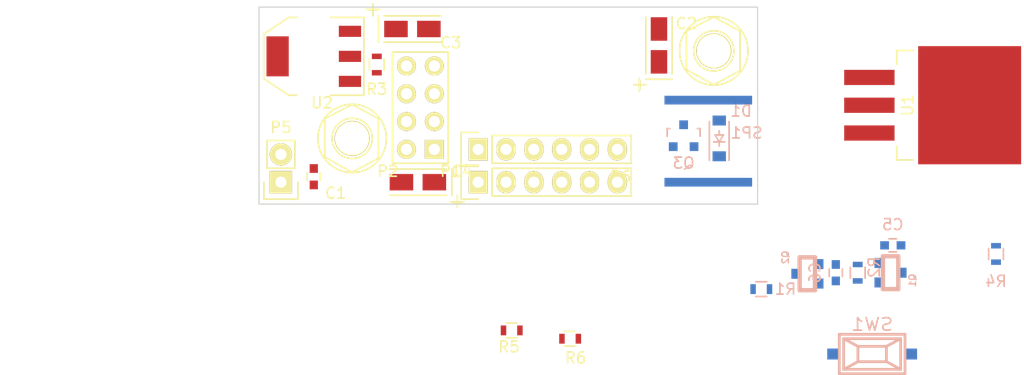
<source format=kicad_pcb>
(kicad_pcb (version 4) (host pcbnew "(2015-01-16 BZR 5376)-product")

  (general
    (links 50)
    (no_connects 50)
    (area 76.863799 41.875 142.5 68.45)
    (thickness 1.6)
    (drawings 5)
    (tracks 0)
    (zones 0)
    (modules 26)
    (nets 18)
  )

  (page A4)
  (layers
    (0 F.Cu signal)
    (31 B.Cu signal)
    (32 B.Adhes user)
    (33 F.Adhes user)
    (34 B.Paste user)
    (35 F.Paste user)
    (36 B.SilkS user)
    (37 F.SilkS user)
    (38 B.Mask user)
    (39 F.Mask user)
    (40 Dwgs.User user)
    (41 Cmts.User user)
    (42 Eco1.User user)
    (43 Eco2.User user)
    (44 Edge.Cuts user)
    (45 Margin user)
    (46 B.CrtYd user)
    (47 F.CrtYd user)
    (48 B.Fab user)
    (49 F.Fab user)
  )

  (setup
    (last_trace_width 0.381)
    (user_trace_width 0.2)
    (user_trace_width 0.381)
    (user_trace_width 0.6)
    (user_trace_width 1)
    (trace_clearance 0.2)
    (zone_clearance 0.508)
    (zone_45_only no)
    (trace_min 0.2)
    (segment_width 0.2)
    (edge_width 0.1)
    (via_size 0.889)
    (via_drill 0.635)
    (via_min_size 0.889)
    (via_min_drill 0.508)
    (uvia_size 0.508)
    (uvia_drill 0.127)
    (uvias_allowed no)
    (uvia_min_size 0.508)
    (uvia_min_drill 0.127)
    (pcb_text_width 0.3)
    (pcb_text_size 1.5 1.5)
    (mod_edge_width 0.15)
    (mod_text_size 1 1)
    (mod_text_width 0.15)
    (pad_size 0.9144 0.9144)
    (pad_drill 0)
    (pad_to_mask_clearance 0)
    (aux_axis_origin 0 0)
    (visible_elements 7FFFF77F)
    (pcbplotparams
      (layerselection 0x00030_80000001)
      (usegerberextensions false)
      (excludeedgelayer true)
      (linewidth 0.100000)
      (plotframeref false)
      (viasonmask false)
      (mode 1)
      (useauxorigin false)
      (hpglpennumber 1)
      (hpglpenspeed 20)
      (hpglpendiameter 15)
      (hpglpenoverlay 2)
      (psnegative false)
      (psa4output false)
      (plotreference true)
      (plotvalue true)
      (plotinvisibletext false)
      (padsonsilk false)
      (subtractmaskfromsilk false)
      (outputformat 1)
      (mirror false)
      (drillshape 1)
      (scaleselection 1)
      (outputdirectory ""))
  )

  (net 0 "")
  (net 1 "Net-(C1-Pad1)")
  (net 2 GND)
  (net 3 +5V)
  (net 4 +3V3)
  (net 5 /RESET)
  (net 6 "Net-(C6-Pad1)")
  (net 7 "Net-(D1-Pad2)")
  (net 8 "Net-(P1-Pad1)")
  (net 9 /TX)
  (net 10 /RX)
  (net 11 "Net-(P1-Pad6)")
  (net 12 "Net-(P2-Pad3)")
  (net 13 /BUZ)
  (net 14 /GPIO0)
  (net 15 "Net-(Q3-Pad1)")
  (net 16 "Net-(Q1-PadD)")
  (net 17 "Net-(R5-Pad1)")

  (net_class Default "This is the default net class."
    (clearance 0.2)
    (trace_width 0.254)
    (via_dia 0.889)
    (via_drill 0.635)
    (uvia_dia 0.508)
    (uvia_drill 0.127)
    (add_net +3V3)
    (add_net +5V)
    (add_net /BUZ)
    (add_net /GPIO0)
    (add_net /RESET)
    (add_net /RX)
    (add_net /TX)
    (add_net GND)
    (add_net "Net-(C1-Pad1)")
    (add_net "Net-(C6-Pad1)")
    (add_net "Net-(D1-Pad2)")
    (add_net "Net-(P1-Pad1)")
    (add_net "Net-(P1-Pad6)")
    (add_net "Net-(P2-Pad3)")
    (add_net "Net-(Q1-PadD)")
    (add_net "Net-(Q3-Pad1)")
    (add_net "Net-(R5-Pad1)")
  )

  (module libarary1:SOT23-3 (layer B.Cu) (tedit 56B07E49) (tstamp 56B07B63)
    (at 141.638 68.771 270)
    (path /568852A3)
    (fp_text reference Q1 (at 0.70104 -1.99898 270) (layer B.SilkS)
      (effects (font (size 0.59944 0.59944) (thickness 0.12446)) (justify mirror))
    )
    (fp_text value BSS138 (at 0 0 270) (layer B.SilkS) hide
      (effects (font (size 0.29972 0.29972) (thickness 0.07112)) (justify mirror))
    )
    (fp_line (start 1.50114 0.70104) (end 1.50114 -0.70104) (layer B.SilkS) (width 0.39878))
    (fp_line (start 1.50114 -0.70104) (end -1.50114 -0.70104) (layer B.SilkS) (width 0.39878))
    (fp_line (start -1.50114 -0.70104) (end -1.50114 0.70104) (layer B.SilkS) (width 0.39878))
    (fp_line (start -1.50114 0.70104) (end 1.50114 0.70104) (layer B.SilkS) (width 0.39878))
    (pad D smd rect (at 0.889 1.016 270) (size 0.9144 0.9144) (layers B.Cu B.Paste B.Mask)
      (net 16 "Net-(Q1-PadD)"))
    (pad S smd rect (at -0.889 1.016 270) (size 0.9144 0.9144) (layers B.Cu B.Paste B.Mask)
      (net 2 GND))
    (pad G smd rect (at 0 -1.00076 270) (size 0.9144 0.9144) (layers B.Cu B.Paste B.Mask)
      (net 5 /RESET))
  )

  (module libarary1:SOT23-3 (layer B.Cu) (tedit 56B07D6C) (tstamp 56B078E7)
    (at 134.038 68.871 90)
    (path /5688569A)
    (fp_text reference Q2 (at 1.5 -2 90) (layer B.SilkS)
      (effects (font (size 0.59944 0.59944) (thickness 0.12446)) (justify mirror))
    )
    (fp_text value BSS138 (at 0 0 90) (layer B.SilkS) hide
      (effects (font (size 0.29972 0.29972) (thickness 0.07112)) (justify mirror))
    )
    (fp_line (start 1.50114 0.70104) (end 1.50114 -0.70104) (layer B.SilkS) (width 0.39878))
    (fp_line (start 1.50114 -0.70104) (end -1.50114 -0.70104) (layer B.SilkS) (width 0.39878))
    (fp_line (start -1.50114 -0.70104) (end -1.50114 0.70104) (layer B.SilkS) (width 0.39878))
    (fp_line (start -1.50114 0.70104) (end 1.50114 0.70104) (layer B.SilkS) (width 0.39878))
    (pad G smd rect (at 0.889 1.016 90) (size 0.9144 0.9144) (layers B.Cu B.Paste B.Mask)
      (net 6 "Net-(C6-Pad1)"))
    (pad S smd rect (at -0.889 1.016 90) (size 0.9144 0.9144) (layers B.Cu B.Paste B.Mask)
      (net 2 GND))
    (pad D smd rect (at 0 -1.00076 90) (size 0.9144 0.9144) (layers B.Cu B.Paste B.Mask)
      (net 14 /GPIO0))
  )

  (module Capacitors_SMD:C_0603 (layer F.Cu) (tedit 56B08321) (tstamp 56B053B3)
    (at 89 60 90)
    (descr "Capacitor SMD 0603, reflow soldering, AVX (see smccp.pdf)")
    (tags "capacitor 0603")
    (path /5688B9AF)
    (attr smd)
    (fp_text reference C1 (at -1.5 2 180) (layer F.SilkS)
      (effects (font (size 1 1) (thickness 0.15)))
    )
    (fp_text value 0.1uF (at 0 1.9 90) (layer F.Fab) hide
      (effects (font (size 1 1) (thickness 0.15)))
    )
    (fp_line (start -1.45 -0.75) (end 1.45 -0.75) (layer F.CrtYd) (width 0.05))
    (fp_line (start -1.45 0.75) (end 1.45 0.75) (layer F.CrtYd) (width 0.05))
    (fp_line (start -1.45 -0.75) (end -1.45 0.75) (layer F.CrtYd) (width 0.05))
    (fp_line (start 1.45 -0.75) (end 1.45 0.75) (layer F.CrtYd) (width 0.05))
    (fp_line (start -0.35 -0.6) (end 0.35 -0.6) (layer F.SilkS) (width 0.15))
    (fp_line (start 0.35 0.6) (end -0.35 0.6) (layer F.SilkS) (width 0.15))
    (pad 1 smd rect (at -0.75 0 90) (size 0.8 0.75) (layers F.Cu F.Paste F.Mask)
      (net 1 "Net-(C1-Pad1)"))
    (pad 2 smd rect (at 0.75 0 90) (size 0.8 0.75) (layers F.Cu F.Paste F.Mask)
      (net 2 GND))
    (model Capacitors_SMD.3dshapes/C_0603.wrl
      (at (xyz 0 0 0))
      (scale (xyz 1 1 1))
      (rotate (xyz 0 0 0))
    )
  )

  (module Capacitors_Tantalum_SMD:TantalC_SizeA_EIA-3216_Wave (layer F.Cu) (tedit 56B07F3C) (tstamp 56B053B9)
    (at 120.5 48 90)
    (descr "Tantal Cap. , Size A, EIA-3216, Wave,")
    (tags "Tantal Cap. , Size A, EIA-3216, Wave,")
    (path /569E0CCC)
    (attr smd)
    (fp_text reference C2 (at 2 2.5 180) (layer F.SilkS)
      (effects (font (size 1 1) (thickness 0.15)))
    )
    (fp_text value CP1 (at -0.09906 3.0988 90) (layer F.Fab) hide
      (effects (font (size 1 1) (thickness 0.15)))
    )
    (fp_text user + (at -3.59918 -1.80086 90) (layer F.SilkS)
      (effects (font (size 1 1) (thickness 0.15)))
    )
    (fp_line (start -2.60096 1.19888) (end 2.60096 1.19888) (layer F.SilkS) (width 0.15))
    (fp_line (start 2.60096 -1.19888) (end -2.60096 -1.19888) (layer F.SilkS) (width 0.15))
    (fp_line (start -3.59918 -2.2987) (end -3.59918 -1.19888) (layer F.SilkS) (width 0.15))
    (fp_line (start -4.19862 -1.79832) (end -2.99974 -1.79832) (layer F.SilkS) (width 0.15))
    (fp_line (start -3.09626 -1.19888) (end -3.09626 1.19888) (layer F.SilkS) (width 0.15))
    (pad 2 smd rect (at 1.50114 0 90) (size 2.14884 1.50114) (layers F.Cu F.Paste F.Mask)
      (net 2 GND))
    (pad 1 smd rect (at -1.50114 0 90) (size 2.14884 1.50114) (layers F.Cu F.Paste F.Mask)
      (net 3 +5V))
    (model Capacitors_Tantalum_SMD.3dshapes/TantalC_SizeA_EIA-3216_Wave.wrl
      (at (xyz 0 0 0))
      (scale (xyz 1 1 1))
      (rotate (xyz 0 0 180))
    )
  )

  (module Capacitors_Tantalum_SMD:TantalC_SizeA_EIA-3216_Wave (layer F.Cu) (tedit 56B084A0) (tstamp 56B053BF)
    (at 98 46.5)
    (descr "Tantal Cap. , Size A, EIA-3216, Wave,")
    (tags "Tantal Cap. , Size A, EIA-3216, Wave,")
    (path /56867A80)
    (attr smd)
    (fp_text reference C3 (at 3.5 1.25 180) (layer F.SilkS)
      (effects (font (size 1 1) (thickness 0.15)))
    )
    (fp_text value 4u7 (at -0.09906 3.0988) (layer F.Fab) hide
      (effects (font (size 1 1) (thickness 0.15)))
    )
    (fp_text user + (at -3.59918 -1.80086) (layer F.SilkS)
      (effects (font (size 1 1) (thickness 0.15)))
    )
    (fp_line (start -2.60096 1.19888) (end 2.60096 1.19888) (layer F.SilkS) (width 0.15))
    (fp_line (start 2.60096 -1.19888) (end -2.60096 -1.19888) (layer F.SilkS) (width 0.15))
    (fp_line (start -3.59918 -2.2987) (end -3.59918 -1.19888) (layer F.SilkS) (width 0.15))
    (fp_line (start -4.19862 -1.79832) (end -2.99974 -1.79832) (layer F.SilkS) (width 0.15))
    (fp_line (start -3.09626 -1.19888) (end -3.09626 1.19888) (layer F.SilkS) (width 0.15))
    (pad 2 smd rect (at 1.50114 0) (size 2.14884 1.50114) (layers F.Cu F.Paste F.Mask)
      (net 2 GND))
    (pad 1 smd rect (at -1.50114 0) (size 2.14884 1.50114) (layers F.Cu F.Paste F.Mask)
      (net 3 +5V))
    (model Capacitors_Tantalum_SMD.3dshapes/TantalC_SizeA_EIA-3216_Wave.wrl
      (at (xyz 0 0 0))
      (scale (xyz 1 1 1))
      (rotate (xyz 0 0 180))
    )
  )

  (module Capacitors_Tantalum_SMD:TantalC_SizeA_EIA-3216_Wave (layer F.Cu) (tedit 56B06D88) (tstamp 56B053C5)
    (at 98.5 60.5 180)
    (descr "Tantal Cap. , Size A, EIA-3216, Wave,")
    (tags "Tantal Cap. , Size A, EIA-3216, Wave,")
    (path /56867A7F)
    (attr smd)
    (fp_text reference C4 (at -4 1 180) (layer F.SilkS)
      (effects (font (size 1 1) (thickness 0.15)))
    )
    (fp_text value 10u (at -0.09906 3.0988 180) (layer F.Fab) hide
      (effects (font (size 1 1) (thickness 0.15)))
    )
    (fp_text user + (at -3.59918 -1.80086 180) (layer F.SilkS)
      (effects (font (size 1 1) (thickness 0.15)))
    )
    (fp_line (start -2.60096 1.19888) (end 2.60096 1.19888) (layer F.SilkS) (width 0.15))
    (fp_line (start 2.60096 -1.19888) (end -2.60096 -1.19888) (layer F.SilkS) (width 0.15))
    (fp_line (start -3.59918 -2.2987) (end -3.59918 -1.19888) (layer F.SilkS) (width 0.15))
    (fp_line (start -4.19862 -1.79832) (end -2.99974 -1.79832) (layer F.SilkS) (width 0.15))
    (fp_line (start -3.09626 -1.19888) (end -3.09626 1.19888) (layer F.SilkS) (width 0.15))
    (pad 2 smd rect (at 1.50114 0 180) (size 2.14884 1.50114) (layers F.Cu F.Paste F.Mask)
      (net 2 GND))
    (pad 1 smd rect (at -1.50114 0 180) (size 2.14884 1.50114) (layers F.Cu F.Paste F.Mask)
      (net 4 +3V3))
    (model Capacitors_Tantalum_SMD.3dshapes/TantalC_SizeA_EIA-3216_Wave.wrl
      (at (xyz 0 0 0))
      (scale (xyz 1 1 1))
      (rotate (xyz 0 0 180))
    )
  )

  (module Capacitors_SMD:C_0603 (layer B.Cu) (tedit 56B06DBE) (tstamp 56B053CB)
    (at 141.838 66.271 180)
    (descr "Capacitor SMD 0603, reflow soldering, AVX (see smccp.pdf)")
    (tags "capacitor 0603")
    (path /56867A92)
    (attr smd)
    (fp_text reference C5 (at 0 1.9 180) (layer B.SilkS)
      (effects (font (size 1 1) (thickness 0.15)) (justify mirror))
    )
    (fp_text value 0.1u (at 0 -1.9 180) (layer B.Fab) hide
      (effects (font (size 1 1) (thickness 0.15)) (justify mirror))
    )
    (fp_line (start -1.45 0.75) (end 1.45 0.75) (layer B.CrtYd) (width 0.05))
    (fp_line (start -1.45 -0.75) (end 1.45 -0.75) (layer B.CrtYd) (width 0.05))
    (fp_line (start -1.45 0.75) (end -1.45 -0.75) (layer B.CrtYd) (width 0.05))
    (fp_line (start 1.45 0.75) (end 1.45 -0.75) (layer B.CrtYd) (width 0.05))
    (fp_line (start -0.35 0.6) (end 0.35 0.6) (layer B.SilkS) (width 0.15))
    (fp_line (start 0.35 -0.6) (end -0.35 -0.6) (layer B.SilkS) (width 0.15))
    (pad 1 smd rect (at -0.75 0 180) (size 0.8 0.75) (layers B.Cu B.Paste B.Mask)
      (net 5 /RESET))
    (pad 2 smd rect (at 0.75 0 180) (size 0.8 0.75) (layers B.Cu B.Paste B.Mask)
      (net 2 GND))
    (model Capacitors_SMD.3dshapes/C_0603.wrl
      (at (xyz 0 0 0))
      (scale (xyz 1 1 1))
      (rotate (xyz 0 0 0))
    )
  )

  (module Capacitors_SMD:C_0603 (layer B.Cu) (tedit 56B06DAE) (tstamp 56B053D1)
    (at 136.638 68.771 270)
    (descr "Capacitor SMD 0603, reflow soldering, AVX (see smccp.pdf)")
    (tags "capacitor 0603")
    (path /56867A7C)
    (attr smd)
    (fp_text reference C6 (at 0 1.9 270) (layer B.SilkS)
      (effects (font (size 1 1) (thickness 0.15)) (justify mirror))
    )
    (fp_text value 2u2 (at 0 -1.9 270) (layer B.Fab) hide
      (effects (font (size 1 1) (thickness 0.15)) (justify mirror))
    )
    (fp_line (start -1.45 0.75) (end 1.45 0.75) (layer B.CrtYd) (width 0.05))
    (fp_line (start -1.45 -0.75) (end 1.45 -0.75) (layer B.CrtYd) (width 0.05))
    (fp_line (start -1.45 0.75) (end -1.45 -0.75) (layer B.CrtYd) (width 0.05))
    (fp_line (start 1.45 0.75) (end 1.45 -0.75) (layer B.CrtYd) (width 0.05))
    (fp_line (start -0.35 0.6) (end 0.35 0.6) (layer B.SilkS) (width 0.15))
    (fp_line (start 0.35 -0.6) (end -0.35 -0.6) (layer B.SilkS) (width 0.15))
    (pad 1 smd rect (at -0.75 0 270) (size 0.8 0.75) (layers B.Cu B.Paste B.Mask)
      (net 6 "Net-(C6-Pad1)"))
    (pad 2 smd rect (at 0.75 0 270) (size 0.8 0.75) (layers B.Cu B.Paste B.Mask)
      (net 2 GND))
    (model Capacitors_SMD.3dshapes/C_0603.wrl
      (at (xyz 0 0 0))
      (scale (xyz 1 1 1))
      (rotate (xyz 0 0 0))
    )
  )

  (module Diodes_SMD:SOD-123 (layer B.Cu) (tedit 56B06EC7) (tstamp 56B053D7)
    (at 126 56.5 90)
    (descr SOD-123)
    (tags SOD-123)
    (path /56B03714)
    (attr smd)
    (fp_text reference D1 (at 2.5 2 360) (layer B.SilkS)
      (effects (font (size 1 1) (thickness 0.15)) (justify mirror))
    )
    (fp_text value D_Small (at 0 -2.1 90) (layer B.Fab) hide
      (effects (font (size 1 1) (thickness 0.15)) (justify mirror))
    )
    (fp_line (start 0.3175 0) (end 0.6985 0) (layer B.SilkS) (width 0.15))
    (fp_line (start -0.6985 0) (end -0.3175 0) (layer B.SilkS) (width 0.15))
    (fp_line (start -0.3175 0) (end 0.3175 0.381) (layer B.SilkS) (width 0.15))
    (fp_line (start 0.3175 0.381) (end 0.3175 -0.381) (layer B.SilkS) (width 0.15))
    (fp_line (start 0.3175 -0.381) (end -0.3175 0) (layer B.SilkS) (width 0.15))
    (fp_line (start -0.3175 0.508) (end -0.3175 -0.508) (layer B.SilkS) (width 0.15))
    (fp_line (start -2.25 1.05) (end 2.25 1.05) (layer B.CrtYd) (width 0.05))
    (fp_line (start 2.25 1.05) (end 2.25 -1.05) (layer B.CrtYd) (width 0.05))
    (fp_line (start 2.25 -1.05) (end -2.25 -1.05) (layer B.CrtYd) (width 0.05))
    (fp_line (start -2.25 1.05) (end -2.25 -1.05) (layer B.CrtYd) (width 0.05))
    (fp_line (start -2 -0.9) (end 1.54 -0.9) (layer B.SilkS) (width 0.15))
    (fp_line (start -2 0.9) (end 1.54 0.9) (layer B.SilkS) (width 0.15))
    (pad 1 smd rect (at -1.635 0 90) (size 0.91 1.22) (layers B.Cu B.Paste B.Mask)
      (net 3 +5V))
    (pad 2 smd rect (at 1.635 0 90) (size 0.91 1.22) (layers B.Cu B.Paste B.Mask)
      (net 7 "Net-(D1-Pad2)"))
  )

  (module Pin_Headers:Pin_Header_Straight_1x06 (layer F.Cu) (tedit 56B06E9C) (tstamp 56B053E1)
    (at 104 60.5 90)
    (descr "Through hole pin header")
    (tags "pin header")
    (path /569F2626)
    (fp_text reference P1 (at 1 -2.5 180) (layer F.SilkS)
      (effects (font (size 1 1) (thickness 0.15)))
    )
    (fp_text value "HC-05 Bluetooth" (at 3.5 5.5 180) (layer F.Fab) hide
      (effects (font (size 1 1) (thickness 0.15)))
    )
    (fp_line (start -1.75 -1.75) (end -1.75 14.45) (layer F.CrtYd) (width 0.05))
    (fp_line (start 1.75 -1.75) (end 1.75 14.45) (layer F.CrtYd) (width 0.05))
    (fp_line (start -1.75 -1.75) (end 1.75 -1.75) (layer F.CrtYd) (width 0.05))
    (fp_line (start -1.75 14.45) (end 1.75 14.45) (layer F.CrtYd) (width 0.05))
    (fp_line (start 1.27 1.27) (end 1.27 13.97) (layer F.SilkS) (width 0.15))
    (fp_line (start 1.27 13.97) (end -1.27 13.97) (layer F.SilkS) (width 0.15))
    (fp_line (start -1.27 13.97) (end -1.27 1.27) (layer F.SilkS) (width 0.15))
    (fp_line (start 1.55 -1.55) (end 1.55 0) (layer F.SilkS) (width 0.15))
    (fp_line (start 1.27 1.27) (end -1.27 1.27) (layer F.SilkS) (width 0.15))
    (fp_line (start -1.55 0) (end -1.55 -1.55) (layer F.SilkS) (width 0.15))
    (fp_line (start -1.55 -1.55) (end 1.55 -1.55) (layer F.SilkS) (width 0.15))
    (pad 1 thru_hole rect (at 0 0 90) (size 2.032 1.7272) (drill 1.016) (layers *.Cu *.Mask F.SilkS)
      (net 8 "Net-(P1-Pad1)"))
    (pad 2 thru_hole oval (at 0 2.54 90) (size 2.032 1.7272) (drill 1.016) (layers *.Cu *.Mask F.SilkS)
      (net 9 /TX))
    (pad 3 thru_hole oval (at 0 5.08 90) (size 2.032 1.7272) (drill 1.016) (layers *.Cu *.Mask F.SilkS)
      (net 10 /RX))
    (pad 4 thru_hole oval (at 0 7.62 90) (size 2.032 1.7272) (drill 1.016) (layers *.Cu *.Mask F.SilkS)
      (net 2 GND))
    (pad 5 thru_hole oval (at 0 10.16 90) (size 2.032 1.7272) (drill 1.016) (layers *.Cu *.Mask F.SilkS)
      (net 3 +5V))
    (pad 6 thru_hole oval (at 0 12.7 90) (size 2.032 1.7272) (drill 1.016) (layers *.Cu *.Mask F.SilkS)
      (net 11 "Net-(P1-Pad6)"))
    (model Pin_Headers.3dshapes/Pin_Header_Straight_1x06.wrl
      (at (xyz 0 -0.25 0))
      (scale (xyz 1 1 1))
      (rotate (xyz 0 0 90))
    )
  )

  (module ESP8266:ESP-01 (layer F.Cu) (tedit 56B084BD) (tstamp 56B053ED)
    (at 100 57.5 180)
    (descr "Module, ESP-8266, ESP-01, 8 pin")
    (tags "Module ESP-8266 ESP8266")
    (path /56867F99)
    (fp_text reference P2 (at 4.25 -2 180) (layer F.SilkS)
      (effects (font (size 1 1) (thickness 0.15)))
    )
    (fp_text value "ESP8266 - 01" (at 12.192 3.556 180) (layer F.Fab) hide
      (effects (font (size 1 1) (thickness 0.15)))
    )
    (fp_line (start -1.778 -3.302) (end 22.86 -3.302) (layer F.Fab) (width 0.1524))
    (fp_line (start 22.86 -3.302) (end 22.86 10.922) (layer F.Fab) (width 0.1524))
    (fp_line (start 22.86 10.922) (end -1.778 10.922) (layer F.Fab) (width 0.1524))
    (fp_line (start -1.778 10.922) (end -1.778 -3.302) (layer F.Fab) (width 0.1524))
    (fp_line (start 1.27 -1.27) (end -1.27 -1.27) (layer F.SilkS) (width 0.1524))
    (fp_line (start -1.27 -1.27) (end -1.27 1.27) (layer F.SilkS) (width 0.1524))
    (fp_line (start -1.75 -1.75) (end -1.75 9.4) (layer F.CrtYd) (width 0.05))
    (fp_line (start 4.3 -1.75) (end 4.3 9.4) (layer F.CrtYd) (width 0.05))
    (fp_line (start -1.75 -1.75) (end 4.3 -1.75) (layer F.CrtYd) (width 0.05))
    (fp_line (start -1.75 9.4) (end 4.3 9.4) (layer F.CrtYd) (width 0.05))
    (fp_line (start -1.27 1.27) (end -1.27 8.89) (layer F.SilkS) (width 0.1524))
    (fp_line (start -1.27 8.89) (end 3.81 8.89) (layer F.SilkS) (width 0.1524))
    (fp_line (start 3.81 8.89) (end 3.81 -1.27) (layer F.SilkS) (width 0.1524))
    (fp_line (start 3.81 -1.27) (end 1.27 -1.27) (layer F.SilkS) (width 0.1524))
    (pad 1 thru_hole rect (at 0 0 180) (size 1.7272 1.7272) (drill 1.016) (layers *.Cu *.Mask F.SilkS)
      (net 9 /TX))
    (pad 2 thru_hole oval (at 2.54 0 180) (size 1.7272 1.7272) (drill 1.016) (layers *.Cu *.Mask F.SilkS)
      (net 2 GND))
    (pad 3 thru_hole oval (at 0 2.54 180) (size 1.7272 1.7272) (drill 1.016) (layers *.Cu *.Mask F.SilkS)
      (net 12 "Net-(P2-Pad3)"))
    (pad 4 thru_hole oval (at 2.54 2.54 180) (size 1.7272 1.7272) (drill 1.016) (layers *.Cu *.Mask F.SilkS)
      (net 13 /BUZ))
    (pad 5 thru_hole oval (at 0 5.08 180) (size 1.7272 1.7272) (drill 1.016) (layers *.Cu *.Mask F.SilkS)
      (net 5 /RESET))
    (pad 6 thru_hole oval (at 2.54 5.08 180) (size 1.7272 1.7272) (drill 1.016) (layers *.Cu *.Mask F.SilkS)
      (net 14 /GPIO0))
    (pad 7 thru_hole oval (at 0 7.62 180) (size 1.7272 1.7272) (drill 1.016) (layers *.Cu *.Mask F.SilkS)
      (net 4 +3V3))
    (pad 8 thru_hole oval (at 2.54 7.62 180) (size 1.7272 1.7272) (drill 1.016) (layers *.Cu *.Mask F.SilkS)
      (net 10 /RX))
  )

  (module EE:M3_mounting (layer F.Cu) (tedit 56B066CE) (tstamp 56B053F2)
    (at 92.5 56.5)
    (path /56867A99)
    (fp_text reference P3 (at 0.2 -3.9) (layer F.SilkS) hide
      (effects (font (size 1 1) (thickness 0.15)))
    )
    (fp_text value CONN_01X01 (at 0.25 4) (layer F.Fab) hide
      (effects (font (size 1 1) (thickness 0.15)))
    )
    (fp_line (start 0 3.1) (end 2.4 1.8) (layer F.SilkS) (width 0.15))
    (fp_line (start -2.5 1.7) (end 0 3.1) (layer F.SilkS) (width 0.15))
    (fp_line (start -2.5 -1.8) (end 0 -3.1) (layer F.SilkS) (width 0.15))
    (fp_line (start -2.5 1.8) (end -2.5 -1.8) (layer F.SilkS) (width 0.15))
    (fp_line (start 2.4 -1.8) (end 0 -3.1) (layer F.SilkS) (width 0.15))
    (fp_line (start 2.4 1.8) (end 2.4 -1.9) (layer F.SilkS) (width 0.15))
    (fp_circle (center 0 0) (end 2 2.4) (layer F.SilkS) (width 0.15))
    (fp_line (start 3.1 0) (end 3.1 0.2) (layer F.SilkS) (width 0.15))
    (fp_circle (center 0 0) (end 1.3 1.3) (layer F.SilkS) (width 0.15))
    (pad "" np_thru_hole circle (at 0 0) (size 3.2 3.2) (drill 3) (layers *.Cu *.Mask F.SilkS))
  )

  (module EE:M3_mounting (layer F.Cu) (tedit 56B066CA) (tstamp 56B053F7)
    (at 125.5 48.5)
    (path /56867A9A)
    (fp_text reference P4 (at 0.2 -3.9) (layer F.SilkS) hide
      (effects (font (size 1 1) (thickness 0.15)))
    )
    (fp_text value CONN_01X01 (at 0.25 4) (layer F.Fab) hide
      (effects (font (size 1 1) (thickness 0.15)))
    )
    (fp_line (start 0 3.1) (end 2.4 1.8) (layer F.SilkS) (width 0.15))
    (fp_line (start -2.5 1.7) (end 0 3.1) (layer F.SilkS) (width 0.15))
    (fp_line (start -2.5 -1.8) (end 0 -3.1) (layer F.SilkS) (width 0.15))
    (fp_line (start -2.5 1.8) (end -2.5 -1.8) (layer F.SilkS) (width 0.15))
    (fp_line (start 2.4 -1.8) (end 0 -3.1) (layer F.SilkS) (width 0.15))
    (fp_line (start 2.4 1.8) (end 2.4 -1.9) (layer F.SilkS) (width 0.15))
    (fp_circle (center 0 0) (end 2 2.4) (layer F.SilkS) (width 0.15))
    (fp_line (start 3.1 0) (end 3.1 0.2) (layer F.SilkS) (width 0.15))
    (fp_circle (center 0 0) (end 1.3 1.3) (layer F.SilkS) (width 0.15))
    (pad "" np_thru_hole circle (at 0 0) (size 3.2 3.2) (drill 3) (layers *.Cu *.Mask F.SilkS))
  )

  (module Pin_Headers:Pin_Header_Straight_1x06 (layer F.Cu) (tedit 56B07F35) (tstamp 56B05401)
    (at 104 57.5 90)
    (descr "Through hole pin header")
    (tags "pin header")
    (path /568770FB)
    (fp_text reference P6 (at -2.5 13 180) (layer F.SilkS)
      (effects (font (size 1 1) (thickness 0.15)))
    )
    (fp_text value "2.3\" Display Conn" (at 0 -3.1 90) (layer F.Fab) hide
      (effects (font (size 1 1) (thickness 0.15)))
    )
    (fp_line (start -1.75 -1.75) (end -1.75 14.45) (layer F.CrtYd) (width 0.05))
    (fp_line (start 1.75 -1.75) (end 1.75 14.45) (layer F.CrtYd) (width 0.05))
    (fp_line (start -1.75 -1.75) (end 1.75 -1.75) (layer F.CrtYd) (width 0.05))
    (fp_line (start -1.75 14.45) (end 1.75 14.45) (layer F.CrtYd) (width 0.05))
    (fp_line (start 1.27 1.27) (end 1.27 13.97) (layer F.SilkS) (width 0.15))
    (fp_line (start 1.27 13.97) (end -1.27 13.97) (layer F.SilkS) (width 0.15))
    (fp_line (start -1.27 13.97) (end -1.27 1.27) (layer F.SilkS) (width 0.15))
    (fp_line (start 1.55 -1.55) (end 1.55 0) (layer F.SilkS) (width 0.15))
    (fp_line (start 1.27 1.27) (end -1.27 1.27) (layer F.SilkS) (width 0.15))
    (fp_line (start -1.55 0) (end -1.55 -1.55) (layer F.SilkS) (width 0.15))
    (fp_line (start -1.55 -1.55) (end 1.55 -1.55) (layer F.SilkS) (width 0.15))
    (pad 1 thru_hole rect (at 0 0 90) (size 2.032 1.7272) (drill 1.016) (layers *.Cu *.Mask F.SilkS)
      (net 3 +5V))
    (pad 2 thru_hole oval (at 0 2.54 90) (size 2.032 1.7272) (drill 1.016) (layers *.Cu *.Mask F.SilkS)
      (net 2 GND))
    (pad 3 thru_hole oval (at 0 5.08 90) (size 2.032 1.7272) (drill 1.016) (layers *.Cu *.Mask F.SilkS)
      (net 10 /RX))
    (pad 4 thru_hole oval (at 0 7.62 90) (size 2.032 1.7272) (drill 1.016) (layers *.Cu *.Mask F.SilkS)
      (net 9 /TX))
    (pad 5 thru_hole oval (at 0 10.16 90) (size 2.032 1.7272) (drill 1.016) (layers *.Cu *.Mask F.SilkS)
      (net 3 +5V))
    (pad 6 thru_hole oval (at 0 12.7 90) (size 2.032 1.7272) (drill 1.016) (layers *.Cu *.Mask F.SilkS)
      (net 3 +5V))
    (model Pin_Headers.3dshapes/Pin_Header_Straight_1x06.wrl
      (at (xyz 0 -0.25 0))
      (scale (xyz 1 1 1))
      (rotate (xyz 0 0 90))
    )
  )

  (module TO_SOT_Packages_SMD:SOT-23 (layer B.Cu) (tedit 56B06D1D) (tstamp 56B05416)
    (at 122.75 56.25 180)
    (descr "SOT-23, Standard")
    (tags SOT-23)
    (path /5687D50B)
    (attr smd)
    (fp_text reference Q3 (at 0 -2.5 180) (layer B.SilkS)
      (effects (font (size 1 1) (thickness 0.15)) (justify mirror))
    )
    (fp_text value BC847 (at 0 -2.3 180) (layer B.Fab) hide
      (effects (font (size 1 1) (thickness 0.15)) (justify mirror))
    )
    (fp_line (start -1.65 1.6) (end 1.65 1.6) (layer B.CrtYd) (width 0.05))
    (fp_line (start 1.65 1.6) (end 1.65 -1.6) (layer B.CrtYd) (width 0.05))
    (fp_line (start 1.65 -1.6) (end -1.65 -1.6) (layer B.CrtYd) (width 0.05))
    (fp_line (start -1.65 -1.6) (end -1.65 1.6) (layer B.CrtYd) (width 0.05))
    (fp_line (start 1.29916 0.65024) (end 1.2509 0.65024) (layer B.SilkS) (width 0.15))
    (fp_line (start -1.49982 -0.0508) (end -1.49982 0.65024) (layer B.SilkS) (width 0.15))
    (fp_line (start -1.49982 0.65024) (end -1.2509 0.65024) (layer B.SilkS) (width 0.15))
    (fp_line (start 1.29916 0.65024) (end 1.49982 0.65024) (layer B.SilkS) (width 0.15))
    (fp_line (start 1.49982 0.65024) (end 1.49982 -0.0508) (layer B.SilkS) (width 0.15))
    (pad 1 smd rect (at -0.95 -1.00076 180) (size 0.8001 0.8001) (layers B.Cu B.Paste B.Mask)
      (net 15 "Net-(Q3-Pad1)"))
    (pad 2 smd rect (at 0.95 -1.00076 180) (size 0.8001 0.8001) (layers B.Cu B.Paste B.Mask)
      (net 2 GND))
    (pad 3 smd rect (at 0 0.99822 180) (size 0.8001 0.8001) (layers B.Cu B.Paste B.Mask)
      (net 7 "Net-(D1-Pad2)"))
    (model TO_SOT_Packages_SMD.3dshapes/SOT-23.wrl
      (at (xyz 0 0 0))
      (scale (xyz 1 1 1))
      (rotate (xyz 0 0 0))
    )
  )

  (module Resistors_SMD:R_0603 (layer B.Cu) (tedit 56B08E58) (tstamp 56B0541C)
    (at 129.838 70.271)
    (descr "Resistor SMD 0603, reflow soldering, Vishay (see dcrcw.pdf)")
    (tags "resistor 0603")
    (path /56867A7B)
    (attr smd)
    (fp_text reference R1 (at 2.2 0) (layer B.SilkS)
      (effects (font (size 1 1) (thickness 0.15)) (justify mirror))
    )
    (fp_text value 470K (at 0 -1.9) (layer B.Fab) hide
      (effects (font (size 1 1) (thickness 0.15)) (justify mirror))
    )
    (fp_line (start -1.3 0.8) (end 1.3 0.8) (layer B.CrtYd) (width 0.05))
    (fp_line (start -1.3 -0.8) (end 1.3 -0.8) (layer B.CrtYd) (width 0.05))
    (fp_line (start -1.3 0.8) (end -1.3 -0.8) (layer B.CrtYd) (width 0.05))
    (fp_line (start 1.3 0.8) (end 1.3 -0.8) (layer B.CrtYd) (width 0.05))
    (fp_line (start 0.5 -0.675) (end -0.5 -0.675) (layer B.SilkS) (width 0.15))
    (fp_line (start -0.5 0.675) (end 0.5 0.675) (layer B.SilkS) (width 0.15))
    (pad 1 smd rect (at -0.75 0) (size 0.5 0.9) (layers B.Cu B.Paste B.Mask)
      (net 4 +3V3))
    (pad 2 smd rect (at 0.75 0) (size 0.5 0.9) (layers B.Cu B.Paste B.Mask)
      (net 16 "Net-(Q1-PadD)"))
    (model Resistors_SMD.3dshapes/R_0603.wrl
      (at (xyz 0 0 0))
      (scale (xyz 1 1 1))
      (rotate (xyz 0 0 0))
    )
  )

  (module Resistors_SMD:R_0603 (layer B.Cu) (tedit 56B07ECB) (tstamp 56B05422)
    (at 138.638 68.771 270)
    (descr "Resistor SMD 0603, reflow soldering, Vishay (see dcrcw.pdf)")
    (tags "resistor 0603")
    (path /56867A7D)
    (attr smd)
    (fp_text reference R2 (at -0.5 -1.5 270) (layer B.SilkS)
      (effects (font (size 1 1) (thickness 0.15)) (justify mirror))
    )
    (fp_text value 100K (at 0 -1.9 270) (layer B.Fab) hide
      (effects (font (size 1 1) (thickness 0.15)) (justify mirror))
    )
    (fp_line (start -1.3 0.8) (end 1.3 0.8) (layer B.CrtYd) (width 0.05))
    (fp_line (start -1.3 -0.8) (end 1.3 -0.8) (layer B.CrtYd) (width 0.05))
    (fp_line (start -1.3 0.8) (end -1.3 -0.8) (layer B.CrtYd) (width 0.05))
    (fp_line (start 1.3 0.8) (end 1.3 -0.8) (layer B.CrtYd) (width 0.05))
    (fp_line (start 0.5 -0.675) (end -0.5 -0.675) (layer B.SilkS) (width 0.15))
    (fp_line (start -0.5 0.675) (end 0.5 0.675) (layer B.SilkS) (width 0.15))
    (pad 1 smd rect (at -0.75 0 270) (size 0.5 0.9) (layers B.Cu B.Paste B.Mask)
      (net 6 "Net-(C6-Pad1)"))
    (pad 2 smd rect (at 0.75 0 270) (size 0.5 0.9) (layers B.Cu B.Paste B.Mask)
      (net 16 "Net-(Q1-PadD)"))
    (model Resistors_SMD.3dshapes/R_0603.wrl
      (at (xyz 0 0 0))
      (scale (xyz 1 1 1))
      (rotate (xyz 0 0 0))
    )
  )

  (module Resistors_SMD:R_0603 (layer F.Cu) (tedit 56B084A6) (tstamp 56B05428)
    (at 94.75 49.75 270)
    (descr "Resistor SMD 0603, reflow soldering, Vishay (see dcrcw.pdf)")
    (tags "resistor 0603")
    (path /56867A8F)
    (attr smd)
    (fp_text reference R3 (at 2.25 0 540) (layer F.SilkS)
      (effects (font (size 1 1) (thickness 0.15)))
    )
    (fp_text value 47K (at 0 1.9 270) (layer F.Fab) hide
      (effects (font (size 1 1) (thickness 0.15)))
    )
    (fp_line (start -1.3 -0.8) (end 1.3 -0.8) (layer F.CrtYd) (width 0.05))
    (fp_line (start -1.3 0.8) (end 1.3 0.8) (layer F.CrtYd) (width 0.05))
    (fp_line (start -1.3 -0.8) (end -1.3 0.8) (layer F.CrtYd) (width 0.05))
    (fp_line (start 1.3 -0.8) (end 1.3 0.8) (layer F.CrtYd) (width 0.05))
    (fp_line (start 0.5 0.675) (end -0.5 0.675) (layer F.SilkS) (width 0.15))
    (fp_line (start -0.5 -0.675) (end 0.5 -0.675) (layer F.SilkS) (width 0.15))
    (pad 1 smd rect (at -0.75 0 270) (size 0.5 0.9) (layers F.Cu F.Paste F.Mask)
      (net 4 +3V3))
    (pad 2 smd rect (at 0.75 0 270) (size 0.5 0.9) (layers F.Cu F.Paste F.Mask)
      (net 12 "Net-(P2-Pad3)"))
    (model Resistors_SMD.3dshapes/R_0603.wrl
      (at (xyz 0 0 0))
      (scale (xyz 1 1 1))
      (rotate (xyz 0 0 0))
    )
  )

  (module Resistors_SMD:R_0603 (layer B.Cu) (tedit 56B06C17) (tstamp 56B0542E)
    (at 151.257 67.056 270)
    (descr "Resistor SMD 0603, reflow soldering, Vishay (see dcrcw.pdf)")
    (tags "resistor 0603")
    (path /56887D68)
    (attr smd)
    (fp_text reference R4 (at 2.5 0 540) (layer B.SilkS)
      (effects (font (size 1 1) (thickness 0.15)) (justify mirror))
    )
    (fp_text value 180E (at 0 -1.9 270) (layer B.Fab) hide
      (effects (font (size 1 1) (thickness 0.15)) (justify mirror))
    )
    (fp_line (start -1.3 0.8) (end 1.3 0.8) (layer B.CrtYd) (width 0.05))
    (fp_line (start -1.3 -0.8) (end 1.3 -0.8) (layer B.CrtYd) (width 0.05))
    (fp_line (start -1.3 0.8) (end -1.3 -0.8) (layer B.CrtYd) (width 0.05))
    (fp_line (start 1.3 0.8) (end 1.3 -0.8) (layer B.CrtYd) (width 0.05))
    (fp_line (start 0.5 -0.675) (end -0.5 -0.675) (layer B.SilkS) (width 0.15))
    (fp_line (start -0.5 0.675) (end 0.5 0.675) (layer B.SilkS) (width 0.15))
    (pad 1 smd rect (at -0.75 0 270) (size 0.5 0.9) (layers B.Cu B.Paste B.Mask)
      (net 15 "Net-(Q3-Pad1)"))
    (pad 2 smd rect (at 0.75 0 270) (size 0.5 0.9) (layers B.Cu B.Paste B.Mask)
      (net 13 /BUZ))
    (model Resistors_SMD.3dshapes/R_0603.wrl
      (at (xyz 0 0 0))
      (scale (xyz 1 1 1))
      (rotate (xyz 0 0 0))
    )
  )

  (module Resistors_SMD:R_0603 (layer F.Cu) (tedit 56B0857C) (tstamp 56B08573)
    (at 107.061 74.041 180)
    (descr "Resistor SMD 0603, reflow soldering, Vishay (see dcrcw.pdf)")
    (tags "resistor 0603")
    (path /569DFC7D)
    (attr smd)
    (fp_text reference R5 (at 0.25 -1.5 180) (layer F.SilkS)
      (effects (font (size 1 1) (thickness 0.15)))
    )
    (fp_text value R (at 0 1.9 180) (layer F.Fab) hide
      (effects (font (size 1 1) (thickness 0.15)))
    )
    (fp_line (start -1.3 -0.8) (end 1.3 -0.8) (layer F.CrtYd) (width 0.05))
    (fp_line (start -1.3 0.8) (end 1.3 0.8) (layer F.CrtYd) (width 0.05))
    (fp_line (start -1.3 -0.8) (end -1.3 0.8) (layer F.CrtYd) (width 0.05))
    (fp_line (start 1.3 -0.8) (end 1.3 0.8) (layer F.CrtYd) (width 0.05))
    (fp_line (start 0.5 0.675) (end -0.5 0.675) (layer F.SilkS) (width 0.15))
    (fp_line (start -0.5 -0.675) (end 0.5 -0.675) (layer F.SilkS) (width 0.15))
    (pad 1 smd rect (at -0.75 0 180) (size 0.5 0.9) (layers F.Cu F.Paste F.Mask)
      (net 17 "Net-(R5-Pad1)"))
    (pad 2 smd rect (at 0.75 0 180) (size 0.5 0.9) (layers F.Cu F.Paste F.Mask)
      (net 2 GND))
    (model Resistors_SMD.3dshapes/R_0603.wrl
      (at (xyz 0 0 0))
      (scale (xyz 1 1 1))
      (rotate (xyz 0 0 0))
    )
  )

  (module Resistors_SMD:R_0603 (layer F.Cu) (tedit 56B0854D) (tstamp 56B0543A)
    (at 112.395 74.803 180)
    (descr "Resistor SMD 0603, reflow soldering, Vishay (see dcrcw.pdf)")
    (tags "resistor 0603")
    (path /569DFA52)
    (attr smd)
    (fp_text reference R6 (at -0.5 -1.75 180) (layer F.SilkS)
      (effects (font (size 1 1) (thickness 0.15)))
    )
    (fp_text value R (at 0 1.9 180) (layer F.Fab) hide
      (effects (font (size 1 1) (thickness 0.15)))
    )
    (fp_line (start -1.3 -0.8) (end 1.3 -0.8) (layer F.CrtYd) (width 0.05))
    (fp_line (start -1.3 0.8) (end 1.3 0.8) (layer F.CrtYd) (width 0.05))
    (fp_line (start -1.3 -0.8) (end -1.3 0.8) (layer F.CrtYd) (width 0.05))
    (fp_line (start 1.3 -0.8) (end 1.3 0.8) (layer F.CrtYd) (width 0.05))
    (fp_line (start 0.5 0.675) (end -0.5 0.675) (layer F.SilkS) (width 0.15))
    (fp_line (start -0.5 -0.675) (end 0.5 -0.675) (layer F.SilkS) (width 0.15))
    (pad 1 smd rect (at -0.75 0 180) (size 0.5 0.9) (layers F.Cu F.Paste F.Mask)
      (net 3 +5V))
    (pad 2 smd rect (at 0.75 0 180) (size 0.5 0.9) (layers F.Cu F.Paste F.Mask)
      (net 17 "Net-(R5-Pad1)"))
    (model Resistors_SMD.3dshapes/R_0603.wrl
      (at (xyz 0 0 0))
      (scale (xyz 1 1 1))
      (rotate (xyz 0 0 0))
    )
  )

  (module sw:smd_push (layer B.Cu) (tedit 56B07F84) (tstamp 56B05446)
    (at 139.954 76.2 180)
    (descr "SMD Pushbutton")
    (path /56867A78)
    (autoplace_cost180 10)
    (fp_text reference SW1 (at 0 2.70002 180) (layer B.SilkS)
      (effects (font (size 1.143 1.27) (thickness 0.1524)) (justify mirror))
    )
    (fp_text value SW_PUSH (at 0 -2.79908 180) (layer B.SilkS) hide
      (effects (font (size 1.143 1.27) (thickness 0.1524)) (justify mirror))
    )
    (fp_line (start 1.30048 0.70104) (end 2.60096 1.39954) (layer B.SilkS) (width 0.254))
    (fp_line (start 1.30048 -0.70104) (end 2.60096 -1.39954) (layer B.SilkS) (width 0.254))
    (fp_line (start -1.30048 -0.70104) (end -2.60096 -1.39954) (layer B.SilkS) (width 0.254))
    (fp_line (start -2.60096 1.39954) (end -1.30048 0.70104) (layer B.SilkS) (width 0.254))
    (fp_line (start -2.60096 1.39954) (end 2.60096 1.39954) (layer B.SilkS) (width 0.254))
    (fp_line (start 2.60096 1.39954) (end 2.60096 -1.39954) (layer B.SilkS) (width 0.254))
    (fp_line (start 2.60096 -1.39954) (end -2.60096 -1.39954) (layer B.SilkS) (width 0.254))
    (fp_line (start -2.60096 -1.39954) (end -2.60096 1.39954) (layer B.SilkS) (width 0.254))
    (fp_line (start -1.30048 0.70104) (end 1.30048 0.70104) (layer B.SilkS) (width 0.254))
    (fp_line (start 1.30048 0.70104) (end 1.30048 -0.70104) (layer B.SilkS) (width 0.254))
    (fp_line (start 1.30048 -0.70104) (end -1.30048 -0.70104) (layer B.SilkS) (width 0.254))
    (fp_line (start -1.30048 -0.70104) (end -1.30048 0.70104) (layer B.SilkS) (width 0.254))
    (fp_line (start -2.99974 1.80086) (end 2.99974 1.80086) (layer B.SilkS) (width 0.254))
    (fp_line (start 2.99974 1.80086) (end 2.99974 -1.80086) (layer B.SilkS) (width 0.254))
    (fp_line (start 2.99974 -1.80086) (end -2.99974 -1.80086) (layer B.SilkS) (width 0.254))
    (fp_line (start -2.99974 -1.80086) (end -2.99974 1.80086) (layer B.SilkS) (width 0.254))
    (pad 1 smd rect (at -3.59918 0 180) (size 1.00076 1.00076) (layers B.Cu B.Paste B.Mask)
      (net 2 GND))
    (pad 2 smd rect (at 3.59918 0 180) (size 1.00076 1.00076) (layers B.Cu B.Paste B.Mask)
      (net 5 /RESET))
    (model walter/switch/smd_push.wrl
      (at (xyz 0 0 0))
      (scale (xyz 1 1 1))
      (rotate (xyz 0 0 0))
    )
  )

  (module TO_SOT_Packages_SMD:TO-263-3Lead (layer F.Cu) (tedit 56B06E5D) (tstamp 56B0544E)
    (at 139.7 53.467)
    (descr "D2PAK / TO-263 3-lead smd package")
    (tags "D2PAK D2PAK-3 TO-263AB TO-263")
    (path /569DF6D7)
    (attr smd)
    (fp_text reference U1 (at 3.5 0 90) (layer F.SilkS)
      (effects (font (size 1 1) (thickness 0.15)))
    )
    (fp_text value LM317S (at 15.25 -0.25 90) (layer F.Fab) hide
      (effects (font (size 1 1) (thickness 0.15)))
    )
    (fp_line (start 14.1 5.65) (end -2.55 5.65) (layer F.CrtYd) (width 0.05))
    (fp_line (start 14.1 -5.65) (end 14.1 5.65) (layer F.CrtYd) (width 0.05))
    (fp_line (start 14.1 -5.65) (end -2.55 -5.65) (layer F.CrtYd) (width 0.05))
    (fp_line (start -2.55 -5.65) (end -2.55 5.65) (layer F.CrtYd) (width 0.05))
    (fp_line (start 2.5 5) (end 2.5 3.75) (layer F.SilkS) (width 0.15))
    (fp_line (start 2.5 5) (end 4 5) (layer F.SilkS) (width 0.15))
    (fp_line (start 2.5 -5) (end 4 -5) (layer F.SilkS) (width 0.15))
    (fp_line (start 2.5 -5) (end 2.5 -3.75) (layer F.SilkS) (width 0.15))
    (pad 2 smd rect (at 0 0) (size 4.6 1.39) (layers F.Cu F.Paste F.Mask)
      (net 3 +5V))
    (pad 4 smd rect (at 9.15 0) (size 9.4 10.8) (layers F.Cu F.Paste F.Mask))
    (pad 3 smd rect (at 0 2.54) (size 4.6 1.39) (layers F.Cu F.Paste F.Mask)
      (net 1 "Net-(C1-Pad1)"))
    (pad 1 smd rect (at 0 -2.54) (size 4.6 1.39) (layers F.Cu F.Paste F.Mask)
      (net 17 "Net-(R5-Pad1)"))
    (model TO_SOT_Packages_SMD.3dshapes/TO-263-3Lead.wrl
      (at (xyz 0 0 0))
      (scale (xyz 1 1 1))
      (rotate (xyz 0 0 90))
    )
  )

  (module TO_SOT_Packages_SMD:SOT-223 (layer F.Cu) (tedit 56B083C4) (tstamp 56B05456)
    (at 89 49 90)
    (descr "module CMS SOT223 4 pins")
    (tags "CMS SOT")
    (path /56867A7E)
    (attr smd)
    (fp_text reference U2 (at -4.25 0.75 180) (layer F.SilkS)
      (effects (font (size 1 1) (thickness 0.15)))
    )
    (fp_text value 1117-3.3 (at 0 0.762 90) (layer F.Fab) hide
      (effects (font (size 1 1) (thickness 0.15)))
    )
    (fp_line (start -3.556 1.524) (end -3.556 4.572) (layer F.SilkS) (width 0.15))
    (fp_line (start -3.556 4.572) (end 3.556 4.572) (layer F.SilkS) (width 0.15))
    (fp_line (start 3.556 4.572) (end 3.556 1.524) (layer F.SilkS) (width 0.15))
    (fp_line (start -3.556 -1.524) (end -3.556 -2.286) (layer F.SilkS) (width 0.15))
    (fp_line (start -3.556 -2.286) (end -2.032 -4.572) (layer F.SilkS) (width 0.15))
    (fp_line (start -2.032 -4.572) (end 2.032 -4.572) (layer F.SilkS) (width 0.15))
    (fp_line (start 2.032 -4.572) (end 3.556 -2.286) (layer F.SilkS) (width 0.15))
    (fp_line (start 3.556 -2.286) (end 3.556 -1.524) (layer F.SilkS) (width 0.15))
    (pad 4 smd rect (at 0 -3.302 90) (size 3.6576 2.032) (layers F.Cu F.Paste F.Mask))
    (pad 2 smd rect (at 0 3.302 90) (size 1.016 2.032) (layers F.Cu F.Paste F.Mask)
      (net 4 +3V3))
    (pad 3 smd rect (at 2.286 3.302 90) (size 1.016 2.032) (layers F.Cu F.Paste F.Mask)
      (net 3 +5V))
    (pad 1 smd rect (at -2.286 3.302 90) (size 1.016 2.032) (layers F.Cu F.Paste F.Mask)
      (net 2 GND))
    (model TO_SOT_Packages_SMD.3dshapes/SOT-223.wrl
      (at (xyz 0 0 0))
      (scale (xyz 0.4 0.4 0.4))
      (rotate (xyz 0 0 0))
    )
  )

  (module Pin_Headers:Pin_Header_Straight_1x02 (layer F.Cu) (tedit 56B0831B) (tstamp 56B0554C)
    (at 86 60.5 180)
    (descr "Through hole pin header")
    (tags "pin header")
    (path /56B06F97)
    (fp_text reference P5 (at 0 5 360) (layer F.SilkS)
      (effects (font (size 1 1) (thickness 0.15)))
    )
    (fp_text value "DC Jack" (at 0 -3.1 180) (layer F.Fab) hide
      (effects (font (size 1 1) (thickness 0.15)))
    )
    (fp_line (start 1.27 1.27) (end 1.27 3.81) (layer F.SilkS) (width 0.15))
    (fp_line (start 1.55 -1.55) (end 1.55 0) (layer F.SilkS) (width 0.15))
    (fp_line (start -1.75 -1.75) (end -1.75 4.3) (layer F.CrtYd) (width 0.05))
    (fp_line (start 1.75 -1.75) (end 1.75 4.3) (layer F.CrtYd) (width 0.05))
    (fp_line (start -1.75 -1.75) (end 1.75 -1.75) (layer F.CrtYd) (width 0.05))
    (fp_line (start -1.75 4.3) (end 1.75 4.3) (layer F.CrtYd) (width 0.05))
    (fp_line (start 1.27 1.27) (end -1.27 1.27) (layer F.SilkS) (width 0.15))
    (fp_line (start -1.55 0) (end -1.55 -1.55) (layer F.SilkS) (width 0.15))
    (fp_line (start -1.55 -1.55) (end 1.55 -1.55) (layer F.SilkS) (width 0.15))
    (fp_line (start -1.27 1.27) (end -1.27 3.81) (layer F.SilkS) (width 0.15))
    (fp_line (start -1.27 3.81) (end 1.27 3.81) (layer F.SilkS) (width 0.15))
    (pad 1 thru_hole rect (at 0 0 180) (size 2.032 2.032) (drill 1.016) (layers *.Cu *.Mask F.SilkS)
      (net 1 "Net-(C1-Pad1)"))
    (pad 2 thru_hole oval (at 0 2.54 180) (size 2.032 2.032) (drill 1.016) (layers *.Cu *.Mask F.SilkS)
      (net 2 GND))
    (model Pin_Headers.3dshapes/Pin_Header_Straight_1x02.wrl
      (at (xyz 0 -0.05 0))
      (scale (xyz 1 1 1))
      (rotate (xyz 0 0 90))
    )
  )

  (module Buzzers_Beepers:Buzze_SMD (layer B.Cu) (tedit 56B07FA6) (tstamp 56B0661D)
    (at 125 55 180)
    (path /56886952)
    (fp_text reference SP1 (at -3.5 -1 180) (layer B.SilkS)
      (effects (font (size 1 1) (thickness 0.15)) (justify mirror))
    )
    (fp_text value SPEAKER (at 0.5 -3.5 180) (layer B.SilkS) hide
      (effects (font (size 1 1) (thickness 0.15)) (justify mirror))
    )
    (pad 1 smd rect (at 0 2 180) (size 8 0.8) (layers B.Cu B.Paste B.Mask)
      (net 3 +5V))
    (pad 2 smd rect (at 0 -5.5 180) (size 8 0.8) (layers B.Cu B.Paste B.Mask)
      (net 7 "Net-(D1-Pad2)"))
  )

  (dimension 13 (width 0.3) (layer B.CrtYd)
    (gr_text "13.000 mm" (at 66.65 51 270) (layer B.CrtYd)
      (effects (font (size 1.5 1.5) (thickness 0.3)))
    )
    (feature1 (pts (xy 129.5 57.5) (xy 65.3 57.5)))
    (feature2 (pts (xy 129.5 44.5) (xy 65.3 44.5)))
    (crossbar (pts (xy 68 44.5) (xy 68 57.5)))
    (arrow1a (pts (xy 68 57.5) (xy 67.413579 56.373496)))
    (arrow1b (pts (xy 68 57.5) (xy 68.586421 56.373496)))
    (arrow2a (pts (xy 68 44.5) (xy 67.413579 45.626504)))
    (arrow2b (pts (xy 68 44.5) (xy 68.586421 45.626504)))
  )
  (gr_line (start 129.5 44.5) (end 84 44.5) (angle 90) (layer Edge.Cuts) (width 0.1))
  (gr_line (start 84 62.5) (end 129.5 62.5) (angle 90) (layer Edge.Cuts) (width 0.1))
  (gr_line (start 129.5 62.5) (end 129.5 44.5) (angle 90) (layer Edge.Cuts) (width 0.1))
  (gr_line (start 84 44.5) (end 84 62.5) (angle 90) (layer Edge.Cuts) (width 0.1))

)

</source>
